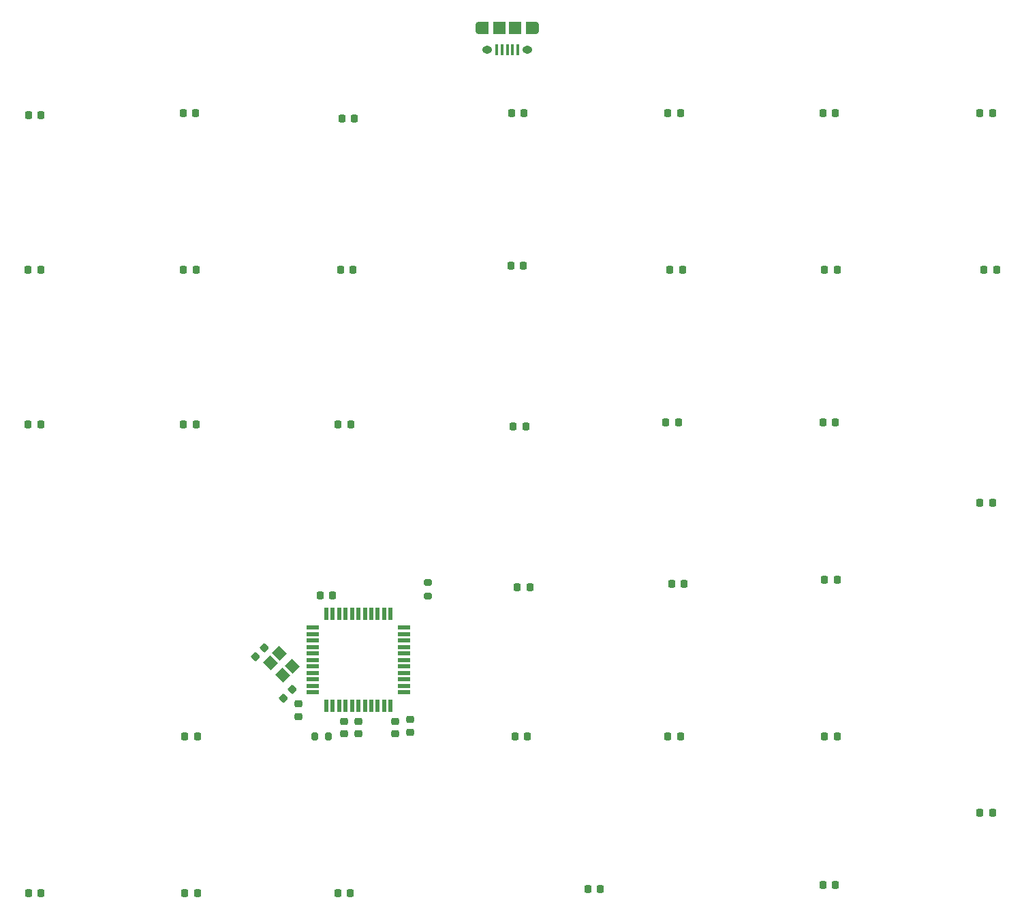
<source format=gbr>
%TF.GenerationSoftware,KiCad,Pcbnew,8.0.3*%
%TF.CreationDate,2024-06-19T10:52:00-07:00*%
%TF.ProjectId,CustomNumpad,43757374-6f6d-44e7-956d-7061642e6b69,rev?*%
%TF.SameCoordinates,Original*%
%TF.FileFunction,Paste,Bot*%
%TF.FilePolarity,Positive*%
%FSLAX46Y46*%
G04 Gerber Fmt 4.6, Leading zero omitted, Abs format (unit mm)*
G04 Created by KiCad (PCBNEW 8.0.3) date 2024-06-19 10:52:00*
%MOMM*%
%LPD*%
G01*
G04 APERTURE LIST*
G04 Aperture macros list*
%AMRoundRect*
0 Rectangle with rounded corners*
0 $1 Rounding radius*
0 $2 $3 $4 $5 $6 $7 $8 $9 X,Y pos of 4 corners*
0 Add a 4 corners polygon primitive as box body*
4,1,4,$2,$3,$4,$5,$6,$7,$8,$9,$2,$3,0*
0 Add four circle primitives for the rounded corners*
1,1,$1+$1,$2,$3*
1,1,$1+$1,$4,$5*
1,1,$1+$1,$6,$7*
1,1,$1+$1,$8,$9*
0 Add four rect primitives between the rounded corners*
20,1,$1+$1,$2,$3,$4,$5,0*
20,1,$1+$1,$4,$5,$6,$7,0*
20,1,$1+$1,$6,$7,$8,$9,0*
20,1,$1+$1,$8,$9,$2,$3,0*%
%AMRotRect*
0 Rectangle, with rotation*
0 The origin of the aperture is its center*
0 $1 length*
0 $2 width*
0 $3 Rotation angle, in degrees counterclockwise*
0 Add horizontal line*
21,1,$1,$2,0,0,$3*%
G04 Aperture macros list end*
%ADD10RoundRect,0.218750X0.218750X0.256250X-0.218750X0.256250X-0.218750X-0.256250X0.218750X-0.256250X0*%
%ADD11O,0.890000X1.550000*%
%ADD12O,1.250000X0.950000*%
%ADD13R,0.400000X1.350000*%
%ADD14R,1.200000X1.550000*%
%ADD15R,1.500000X1.550000*%
%ADD16RoundRect,0.225000X-0.250000X0.225000X-0.250000X-0.225000X0.250000X-0.225000X0.250000X0.225000X0*%
%ADD17RoundRect,0.225000X0.250000X-0.225000X0.250000X0.225000X-0.250000X0.225000X-0.250000X-0.225000X0*%
%ADD18RoundRect,0.200000X0.275000X-0.200000X0.275000X0.200000X-0.275000X0.200000X-0.275000X-0.200000X0*%
%ADD19R,0.550000X1.500000*%
%ADD20R,1.500000X0.550000*%
%ADD21RoundRect,0.225000X0.017678X-0.335876X0.335876X-0.017678X-0.017678X0.335876X-0.335876X0.017678X0*%
%ADD22RotRect,1.400000X1.200000X135.000000*%
%ADD23RoundRect,0.225000X0.225000X0.250000X-0.225000X0.250000X-0.225000X-0.250000X0.225000X-0.250000X0*%
%ADD24RoundRect,0.200000X0.200000X0.275000X-0.200000X0.275000X-0.200000X-0.275000X0.200000X-0.275000X0*%
G04 APERTURE END LIST*
D10*
%TO.C,D34*%
X93500000Y-30750000D03*
X91925000Y-30750000D03*
%TD*%
%TO.C,D33*%
X73787500Y-30000000D03*
X72212500Y-30000000D03*
%TD*%
%TO.C,D32*%
X54575000Y-30250000D03*
X53000000Y-30250000D03*
%TD*%
%TO.C,D31*%
X93325000Y-49500000D03*
X91750000Y-49500000D03*
%TD*%
%TO.C,D30*%
X72250000Y-49500000D03*
X73825000Y-49500000D03*
%TD*%
%TO.C,D29*%
X52925000Y-49500000D03*
X54500000Y-49500000D03*
%TD*%
%TO.C,D28*%
X54500000Y-68750000D03*
X52925000Y-68750000D03*
%TD*%
%TO.C,D27*%
X73825000Y-68750000D03*
X72250000Y-68750000D03*
%TD*%
%TO.C,D26*%
X93037500Y-68750000D03*
X91462500Y-68750000D03*
%TD*%
D11*
%TO.C,J1*%
X109000000Y-19450000D03*
D12*
X110000000Y-22150000D03*
X115000000Y-22150000D03*
D11*
X116000000Y-19450000D03*
D13*
X111200000Y-22150000D03*
X111850000Y-22150000D03*
X112500000Y-22150000D03*
X113150000Y-22150000D03*
X113800000Y-22150000D03*
D14*
X109600000Y-19450000D03*
D15*
X111500000Y-19450000D03*
X113500000Y-19450000D03*
D14*
X115400000Y-19450000D03*
%TD*%
D10*
%TO.C,D4*%
X115287500Y-89000000D03*
X113712500Y-89000000D03*
%TD*%
%TO.C,D23*%
X74000000Y-127000000D03*
X72425000Y-127000000D03*
%TD*%
%TO.C,D2*%
X134000000Y-107500000D03*
X132425000Y-107500000D03*
%TD*%
%TO.C,D14*%
X172787500Y-78500000D03*
X171212500Y-78500000D03*
%TD*%
D16*
%TO.C,C3*%
X100400000Y-105425000D03*
X100400000Y-106975000D03*
%TD*%
D17*
%TO.C,C8*%
X94000000Y-107175000D03*
X94000000Y-105625000D03*
%TD*%
D10*
%TO.C,D10*%
X114500000Y-49000000D03*
X112925000Y-49000000D03*
%TD*%
%TO.C,D13*%
X173287500Y-49500000D03*
X171712500Y-49500000D03*
%TD*%
%TO.C,D15*%
X172787500Y-117000000D03*
X171212500Y-117000000D03*
%TD*%
%TO.C,D3*%
X153500000Y-107500000D03*
X151925000Y-107500000D03*
%TD*%
%TO.C,D8*%
X133787500Y-68500000D03*
X132212500Y-68500000D03*
%TD*%
%TO.C,D18*%
X114575000Y-30000000D03*
X113000000Y-30000000D03*
%TD*%
%TO.C,D11*%
X134287500Y-49500000D03*
X132712500Y-49500000D03*
%TD*%
%TO.C,D20*%
X153287500Y-30000000D03*
X151712500Y-30000000D03*
%TD*%
%TO.C,D25*%
X74000000Y-107500000D03*
X72425000Y-107500000D03*
%TD*%
D18*
%TO.C,R11*%
X102600000Y-90025000D03*
X102600000Y-88375000D03*
%TD*%
D16*
%TO.C,C7*%
X98600000Y-105600000D03*
X98600000Y-107150000D03*
%TD*%
D10*
%TO.C,D22*%
X54575000Y-127000000D03*
X53000000Y-127000000D03*
%TD*%
%TO.C,D16*%
X153287500Y-126000000D03*
X151712500Y-126000000D03*
%TD*%
%TO.C,D6*%
X153500000Y-88000000D03*
X151925000Y-88000000D03*
%TD*%
%TO.C,D9*%
X153287500Y-68500000D03*
X151712500Y-68500000D03*
%TD*%
%TO.C,D5*%
X134500000Y-88500000D03*
X132925000Y-88500000D03*
%TD*%
D19*
%TO.C,U1*%
X98000000Y-103700000D03*
X97200000Y-103700000D03*
X96400000Y-103700000D03*
X95600000Y-103700000D03*
X94800000Y-103700000D03*
X94000000Y-103700000D03*
X93200000Y-103700000D03*
X92400000Y-103700000D03*
X91600000Y-103700000D03*
X90800000Y-103700000D03*
X90000000Y-103700000D03*
D20*
X88300000Y-102000000D03*
X88300000Y-101200000D03*
X88300000Y-100400000D03*
X88300000Y-99600000D03*
X88300000Y-98800000D03*
X88300000Y-98000000D03*
X88300000Y-97200000D03*
X88300000Y-96400000D03*
X88300000Y-95600000D03*
X88300000Y-94800000D03*
X88300000Y-94000000D03*
D19*
X90000000Y-92300000D03*
X90800000Y-92300000D03*
X91600000Y-92300000D03*
X92400000Y-92300000D03*
X93200000Y-92300000D03*
X94000000Y-92300000D03*
X94800000Y-92300000D03*
X95600000Y-92300000D03*
X96400000Y-92300000D03*
X97200000Y-92300000D03*
X98000000Y-92300000D03*
D20*
X99700000Y-94000000D03*
X99700000Y-94800000D03*
X99700000Y-95600000D03*
X99700000Y-96400000D03*
X99700000Y-97200000D03*
X99700000Y-98000000D03*
X99700000Y-98800000D03*
X99700000Y-99600000D03*
X99700000Y-100400000D03*
X99700000Y-101200000D03*
X99700000Y-102000000D03*
%TD*%
D21*
%TO.C,C2*%
X84651992Y-102748008D03*
X85748008Y-101651992D03*
%TD*%
D10*
%TO.C,D19*%
X134000000Y-30000000D03*
X132425000Y-30000000D03*
%TD*%
%TO.C,D21*%
X172787500Y-30000000D03*
X171212500Y-30000000D03*
%TD*%
D16*
%TO.C,C5*%
X92200000Y-105625000D03*
X92200000Y-107175000D03*
%TD*%
D10*
%TO.C,D12*%
X153500000Y-49500000D03*
X151925000Y-49500000D03*
%TD*%
D22*
%TO.C,Y2*%
X84624264Y-99887006D03*
X83068629Y-98331371D03*
X84200000Y-97200000D03*
X85755635Y-98755635D03*
%TD*%
D10*
%TO.C,D24*%
X93000000Y-127000000D03*
X91425000Y-127000000D03*
%TD*%
%TO.C,D7*%
X114787500Y-69000000D03*
X113212500Y-69000000D03*
%TD*%
D23*
%TO.C,C4*%
X90775000Y-90000000D03*
X89225000Y-90000000D03*
%TD*%
D24*
%TO.C,R10*%
X90250000Y-107500000D03*
X88600000Y-107500000D03*
%TD*%
D21*
%TO.C,C1*%
X81200000Y-97600000D03*
X82296016Y-96503984D03*
%TD*%
D10*
%TO.C,D17*%
X124075000Y-126500000D03*
X122500000Y-126500000D03*
%TD*%
%TO.C,D1*%
X115000000Y-107500000D03*
X113425000Y-107500000D03*
%TD*%
D16*
%TO.C,C6*%
X86500000Y-103475000D03*
X86500000Y-105025000D03*
%TD*%
M02*

</source>
